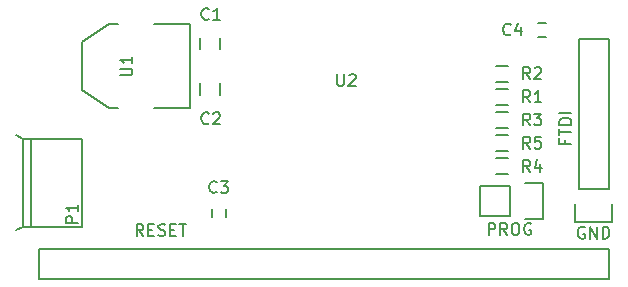
<source format=gto>
G04 #@! TF.FileFunction,Legend,Top*
%FSLAX46Y46*%
G04 Gerber Fmt 4.6, Leading zero omitted, Abs format (unit mm)*
G04 Created by KiCad (PCBNEW 4.0.0-rc2-1-stable) date Sunday, 29 November 2015 18:47:31*
%MOMM*%
G01*
G04 APERTURE LIST*
%ADD10C,0.100000*%
%ADD11C,0.200000*%
%ADD12C,0.150000*%
G04 APERTURE END LIST*
D10*
D11*
X173990000Y-107950000D02*
X125730000Y-107950000D01*
X173990000Y-105410000D02*
X173990000Y-107950000D01*
X125730000Y-105410000D02*
X173990000Y-105410000D01*
X125730000Y-107950000D02*
X125730000Y-105410000D01*
D12*
X171958096Y-103576500D02*
X171862858Y-103528881D01*
X171720001Y-103528881D01*
X171577143Y-103576500D01*
X171481905Y-103671738D01*
X171434286Y-103766976D01*
X171386667Y-103957452D01*
X171386667Y-104100310D01*
X171434286Y-104290786D01*
X171481905Y-104386024D01*
X171577143Y-104481262D01*
X171720001Y-104528881D01*
X171815239Y-104528881D01*
X171958096Y-104481262D01*
X172005715Y-104433643D01*
X172005715Y-104100310D01*
X171815239Y-104100310D01*
X172434286Y-104528881D02*
X172434286Y-103528881D01*
X173005715Y-104528881D01*
X173005715Y-103528881D01*
X173481905Y-104528881D02*
X173481905Y-103528881D01*
X173720000Y-103528881D01*
X173862858Y-103576500D01*
X173958096Y-103671738D01*
X174005715Y-103766976D01*
X174053334Y-103957452D01*
X174053334Y-104100310D01*
X174005715Y-104290786D01*
X173958096Y-104386024D01*
X173862858Y-104481262D01*
X173720000Y-104528881D01*
X173481905Y-104528881D01*
X141100000Y-88520000D02*
X141100000Y-87520000D01*
X139400000Y-87520000D02*
X139400000Y-88520000D01*
X141110000Y-92360000D02*
X141110000Y-91360000D01*
X139410000Y-91360000D02*
X139410000Y-92360000D01*
X141570000Y-102000000D02*
X141570000Y-102700000D01*
X140370000Y-102700000D02*
X140370000Y-102000000D01*
X168710000Y-87460000D02*
X168010000Y-87460000D01*
X168010000Y-86260000D02*
X168710000Y-86260000D01*
X165608000Y-102616000D02*
X163068000Y-102616000D01*
X168428000Y-102896000D02*
X166878000Y-102896000D01*
X165608000Y-102616000D02*
X165608000Y-100076000D01*
X166878000Y-99796000D02*
X168428000Y-99796000D01*
X168428000Y-99796000D02*
X168428000Y-102896000D01*
X165608000Y-100076000D02*
X163068000Y-100076000D01*
X163068000Y-100076000D02*
X163068000Y-102616000D01*
X171450000Y-100330000D02*
X171450000Y-87630000D01*
X171450000Y-87630000D02*
X173990000Y-87630000D01*
X173990000Y-87630000D02*
X173990000Y-100330000D01*
X171170000Y-103150000D02*
X171170000Y-101600000D01*
X171450000Y-100330000D02*
X173990000Y-100330000D01*
X174270000Y-101600000D02*
X174270000Y-103150000D01*
X174270000Y-103150000D02*
X171170000Y-103150000D01*
X164470000Y-91857500D02*
X165470000Y-91857500D01*
X165470000Y-93207500D02*
X164470000Y-93207500D01*
X164470000Y-89895000D02*
X165470000Y-89895000D01*
X165470000Y-91245000D02*
X164470000Y-91245000D01*
X164470000Y-93820000D02*
X165470000Y-93820000D01*
X165470000Y-95170000D02*
X164470000Y-95170000D01*
X164470000Y-97745000D02*
X165470000Y-97745000D01*
X165470000Y-99095000D02*
X164470000Y-99095000D01*
X164470000Y-95782500D02*
X165470000Y-95782500D01*
X165470000Y-97132500D02*
X164470000Y-97132500D01*
X135476000Y-93496000D02*
X138524000Y-93496000D01*
X138524000Y-93496000D02*
X138524000Y-86384000D01*
X138524000Y-86384000D02*
X135476000Y-86384000D01*
X132428000Y-93496000D02*
X131666000Y-93496000D01*
X131666000Y-93496000D02*
X129380000Y-91972000D01*
X129380000Y-91972000D02*
X129380000Y-87908000D01*
X129380000Y-87908000D02*
X131666000Y-86384000D01*
X131666000Y-86384000D02*
X132428000Y-86384000D01*
X124400000Y-96060000D02*
X123800000Y-95780000D01*
X129400000Y-103560000D02*
X129400000Y-96060000D01*
X129400000Y-103560000D02*
X124400000Y-103560000D01*
X125100000Y-96060000D02*
X125100000Y-103560000D01*
X129400000Y-96060000D02*
X124400000Y-96060000D01*
X124400000Y-96060000D02*
X124400000Y-103560000D01*
X124400000Y-103560000D02*
X123800000Y-103840000D01*
X140133334Y-85907143D02*
X140085715Y-85954762D01*
X139942858Y-86002381D01*
X139847620Y-86002381D01*
X139704762Y-85954762D01*
X139609524Y-85859524D01*
X139561905Y-85764286D01*
X139514286Y-85573810D01*
X139514286Y-85430952D01*
X139561905Y-85240476D01*
X139609524Y-85145238D01*
X139704762Y-85050000D01*
X139847620Y-85002381D01*
X139942858Y-85002381D01*
X140085715Y-85050000D01*
X140133334Y-85097619D01*
X141085715Y-86002381D02*
X140514286Y-86002381D01*
X140800000Y-86002381D02*
X140800000Y-85002381D01*
X140704762Y-85145238D01*
X140609524Y-85240476D01*
X140514286Y-85288095D01*
X140133334Y-94757143D02*
X140085715Y-94804762D01*
X139942858Y-94852381D01*
X139847620Y-94852381D01*
X139704762Y-94804762D01*
X139609524Y-94709524D01*
X139561905Y-94614286D01*
X139514286Y-94423810D01*
X139514286Y-94280952D01*
X139561905Y-94090476D01*
X139609524Y-93995238D01*
X139704762Y-93900000D01*
X139847620Y-93852381D01*
X139942858Y-93852381D01*
X140085715Y-93900000D01*
X140133334Y-93947619D01*
X140514286Y-93947619D02*
X140561905Y-93900000D01*
X140657143Y-93852381D01*
X140895239Y-93852381D01*
X140990477Y-93900000D01*
X141038096Y-93947619D01*
X141085715Y-94042857D01*
X141085715Y-94138095D01*
X141038096Y-94280952D01*
X140466667Y-94852381D01*
X141085715Y-94852381D01*
X140803334Y-100560143D02*
X140755715Y-100607762D01*
X140612858Y-100655381D01*
X140517620Y-100655381D01*
X140374762Y-100607762D01*
X140279524Y-100512524D01*
X140231905Y-100417286D01*
X140184286Y-100226810D01*
X140184286Y-100083952D01*
X140231905Y-99893476D01*
X140279524Y-99798238D01*
X140374762Y-99703000D01*
X140517620Y-99655381D01*
X140612858Y-99655381D01*
X140755715Y-99703000D01*
X140803334Y-99750619D01*
X141136667Y-99655381D02*
X141755715Y-99655381D01*
X141422381Y-100036333D01*
X141565239Y-100036333D01*
X141660477Y-100083952D01*
X141708096Y-100131571D01*
X141755715Y-100226810D01*
X141755715Y-100464905D01*
X141708096Y-100560143D01*
X141660477Y-100607762D01*
X141565239Y-100655381D01*
X141279524Y-100655381D01*
X141184286Y-100607762D01*
X141136667Y-100560143D01*
X165695334Y-87225143D02*
X165647715Y-87272762D01*
X165504858Y-87320381D01*
X165409620Y-87320381D01*
X165266762Y-87272762D01*
X165171524Y-87177524D01*
X165123905Y-87082286D01*
X165076286Y-86891810D01*
X165076286Y-86748952D01*
X165123905Y-86558476D01*
X165171524Y-86463238D01*
X165266762Y-86368000D01*
X165409620Y-86320381D01*
X165504858Y-86320381D01*
X165647715Y-86368000D01*
X165695334Y-86415619D01*
X166552477Y-86653714D02*
X166552477Y-87320381D01*
X166314381Y-86272762D02*
X166076286Y-86987048D01*
X166695334Y-86987048D01*
X163822286Y-104211381D02*
X163822286Y-103211381D01*
X164203239Y-103211381D01*
X164298477Y-103259000D01*
X164346096Y-103306619D01*
X164393715Y-103401857D01*
X164393715Y-103544714D01*
X164346096Y-103639952D01*
X164298477Y-103687571D01*
X164203239Y-103735190D01*
X163822286Y-103735190D01*
X165393715Y-104211381D02*
X165060381Y-103735190D01*
X164822286Y-104211381D02*
X164822286Y-103211381D01*
X165203239Y-103211381D01*
X165298477Y-103259000D01*
X165346096Y-103306619D01*
X165393715Y-103401857D01*
X165393715Y-103544714D01*
X165346096Y-103639952D01*
X165298477Y-103687571D01*
X165203239Y-103735190D01*
X164822286Y-103735190D01*
X166012762Y-103211381D02*
X166203239Y-103211381D01*
X166298477Y-103259000D01*
X166393715Y-103354238D01*
X166441334Y-103544714D01*
X166441334Y-103878048D01*
X166393715Y-104068524D01*
X166298477Y-104163762D01*
X166203239Y-104211381D01*
X166012762Y-104211381D01*
X165917524Y-104163762D01*
X165822286Y-104068524D01*
X165774667Y-103878048D01*
X165774667Y-103544714D01*
X165822286Y-103354238D01*
X165917524Y-103259000D01*
X166012762Y-103211381D01*
X167393715Y-103259000D02*
X167298477Y-103211381D01*
X167155620Y-103211381D01*
X167012762Y-103259000D01*
X166917524Y-103354238D01*
X166869905Y-103449476D01*
X166822286Y-103639952D01*
X166822286Y-103782810D01*
X166869905Y-103973286D01*
X166917524Y-104068524D01*
X167012762Y-104163762D01*
X167155620Y-104211381D01*
X167250858Y-104211381D01*
X167393715Y-104163762D01*
X167441334Y-104116143D01*
X167441334Y-103782810D01*
X167250858Y-103782810D01*
X170299071Y-96162690D02*
X170299071Y-96496024D01*
X170822881Y-96496024D02*
X169822881Y-96496024D01*
X169822881Y-96019833D01*
X169822881Y-95781738D02*
X169822881Y-95210309D01*
X170822881Y-95496024D02*
X169822881Y-95496024D01*
X170822881Y-94876976D02*
X169822881Y-94876976D01*
X169822881Y-94638881D01*
X169870500Y-94496023D01*
X169965738Y-94400785D01*
X170060976Y-94353166D01*
X170251452Y-94305547D01*
X170394310Y-94305547D01*
X170584786Y-94353166D01*
X170680024Y-94400785D01*
X170775262Y-94496023D01*
X170822881Y-94638881D01*
X170822881Y-94876976D01*
X170822881Y-93876976D02*
X169822881Y-93876976D01*
X167343334Y-92984881D02*
X167010000Y-92508690D01*
X166771905Y-92984881D02*
X166771905Y-91984881D01*
X167152858Y-91984881D01*
X167248096Y-92032500D01*
X167295715Y-92080119D01*
X167343334Y-92175357D01*
X167343334Y-92318214D01*
X167295715Y-92413452D01*
X167248096Y-92461071D01*
X167152858Y-92508690D01*
X166771905Y-92508690D01*
X168295715Y-92984881D02*
X167724286Y-92984881D01*
X168010000Y-92984881D02*
X168010000Y-91984881D01*
X167914762Y-92127738D01*
X167819524Y-92222976D01*
X167724286Y-92270595D01*
X167343334Y-91022381D02*
X167010000Y-90546190D01*
X166771905Y-91022381D02*
X166771905Y-90022381D01*
X167152858Y-90022381D01*
X167248096Y-90070000D01*
X167295715Y-90117619D01*
X167343334Y-90212857D01*
X167343334Y-90355714D01*
X167295715Y-90450952D01*
X167248096Y-90498571D01*
X167152858Y-90546190D01*
X166771905Y-90546190D01*
X167724286Y-90117619D02*
X167771905Y-90070000D01*
X167867143Y-90022381D01*
X168105239Y-90022381D01*
X168200477Y-90070000D01*
X168248096Y-90117619D01*
X168295715Y-90212857D01*
X168295715Y-90308095D01*
X168248096Y-90450952D01*
X167676667Y-91022381D01*
X168295715Y-91022381D01*
X167343334Y-94947381D02*
X167010000Y-94471190D01*
X166771905Y-94947381D02*
X166771905Y-93947381D01*
X167152858Y-93947381D01*
X167248096Y-93995000D01*
X167295715Y-94042619D01*
X167343334Y-94137857D01*
X167343334Y-94280714D01*
X167295715Y-94375952D01*
X167248096Y-94423571D01*
X167152858Y-94471190D01*
X166771905Y-94471190D01*
X167676667Y-93947381D02*
X168295715Y-93947381D01*
X167962381Y-94328333D01*
X168105239Y-94328333D01*
X168200477Y-94375952D01*
X168248096Y-94423571D01*
X168295715Y-94518810D01*
X168295715Y-94756905D01*
X168248096Y-94852143D01*
X168200477Y-94899762D01*
X168105239Y-94947381D01*
X167819524Y-94947381D01*
X167724286Y-94899762D01*
X167676667Y-94852143D01*
X167343334Y-98872381D02*
X167010000Y-98396190D01*
X166771905Y-98872381D02*
X166771905Y-97872381D01*
X167152858Y-97872381D01*
X167248096Y-97920000D01*
X167295715Y-97967619D01*
X167343334Y-98062857D01*
X167343334Y-98205714D01*
X167295715Y-98300952D01*
X167248096Y-98348571D01*
X167152858Y-98396190D01*
X166771905Y-98396190D01*
X168200477Y-98205714D02*
X168200477Y-98872381D01*
X167962381Y-97824762D02*
X167724286Y-98539048D01*
X168343334Y-98539048D01*
X167343334Y-96909881D02*
X167010000Y-96433690D01*
X166771905Y-96909881D02*
X166771905Y-95909881D01*
X167152858Y-95909881D01*
X167248096Y-95957500D01*
X167295715Y-96005119D01*
X167343334Y-96100357D01*
X167343334Y-96243214D01*
X167295715Y-96338452D01*
X167248096Y-96386071D01*
X167152858Y-96433690D01*
X166771905Y-96433690D01*
X168248096Y-95909881D02*
X167771905Y-95909881D01*
X167724286Y-96386071D01*
X167771905Y-96338452D01*
X167867143Y-96290833D01*
X168105239Y-96290833D01*
X168200477Y-96338452D01*
X168248096Y-96386071D01*
X168295715Y-96481310D01*
X168295715Y-96719405D01*
X168248096Y-96814643D01*
X168200477Y-96862262D01*
X168105239Y-96909881D01*
X167867143Y-96909881D01*
X167771905Y-96862262D01*
X167724286Y-96814643D01*
X134587619Y-104292381D02*
X134254285Y-103816190D01*
X134016190Y-104292381D02*
X134016190Y-103292381D01*
X134397143Y-103292381D01*
X134492381Y-103340000D01*
X134540000Y-103387619D01*
X134587619Y-103482857D01*
X134587619Y-103625714D01*
X134540000Y-103720952D01*
X134492381Y-103768571D01*
X134397143Y-103816190D01*
X134016190Y-103816190D01*
X135016190Y-103768571D02*
X135349524Y-103768571D01*
X135492381Y-104292381D02*
X135016190Y-104292381D01*
X135016190Y-103292381D01*
X135492381Y-103292381D01*
X135873333Y-104244762D02*
X136016190Y-104292381D01*
X136254286Y-104292381D01*
X136349524Y-104244762D01*
X136397143Y-104197143D01*
X136444762Y-104101905D01*
X136444762Y-104006667D01*
X136397143Y-103911429D01*
X136349524Y-103863810D01*
X136254286Y-103816190D01*
X136063809Y-103768571D01*
X135968571Y-103720952D01*
X135920952Y-103673333D01*
X135873333Y-103578095D01*
X135873333Y-103482857D01*
X135920952Y-103387619D01*
X135968571Y-103340000D01*
X136063809Y-103292381D01*
X136301905Y-103292381D01*
X136444762Y-103340000D01*
X136873333Y-103768571D02*
X137206667Y-103768571D01*
X137349524Y-104292381D02*
X136873333Y-104292381D01*
X136873333Y-103292381D01*
X137349524Y-103292381D01*
X137635238Y-103292381D02*
X138206667Y-103292381D01*
X137920952Y-104292381D02*
X137920952Y-103292381D01*
X132642381Y-90701905D02*
X133451905Y-90701905D01*
X133547143Y-90654286D01*
X133594762Y-90606667D01*
X133642381Y-90511429D01*
X133642381Y-90320952D01*
X133594762Y-90225714D01*
X133547143Y-90178095D01*
X133451905Y-90130476D01*
X132642381Y-90130476D01*
X133642381Y-89130476D02*
X133642381Y-89701905D01*
X133642381Y-89416191D02*
X132642381Y-89416191D01*
X132785238Y-89511429D01*
X132880476Y-89606667D01*
X132928095Y-89701905D01*
X151003095Y-90607381D02*
X151003095Y-91416905D01*
X151050714Y-91512143D01*
X151098333Y-91559762D01*
X151193571Y-91607381D01*
X151384048Y-91607381D01*
X151479286Y-91559762D01*
X151526905Y-91512143D01*
X151574524Y-91416905D01*
X151574524Y-90607381D01*
X152003095Y-90702619D02*
X152050714Y-90655000D01*
X152145952Y-90607381D01*
X152384048Y-90607381D01*
X152479286Y-90655000D01*
X152526905Y-90702619D01*
X152574524Y-90797857D01*
X152574524Y-90893095D01*
X152526905Y-91035952D01*
X151955476Y-91607381D01*
X152574524Y-91607381D01*
X129052381Y-103188095D02*
X128052381Y-103188095D01*
X128052381Y-102807142D01*
X128100000Y-102711904D01*
X128147619Y-102664285D01*
X128242857Y-102616666D01*
X128385714Y-102616666D01*
X128480952Y-102664285D01*
X128528571Y-102711904D01*
X128576190Y-102807142D01*
X128576190Y-103188095D01*
X129052381Y-101664285D02*
X129052381Y-102235714D01*
X129052381Y-101950000D02*
X128052381Y-101950000D01*
X128195238Y-102045238D01*
X128290476Y-102140476D01*
X128338095Y-102235714D01*
M02*

</source>
